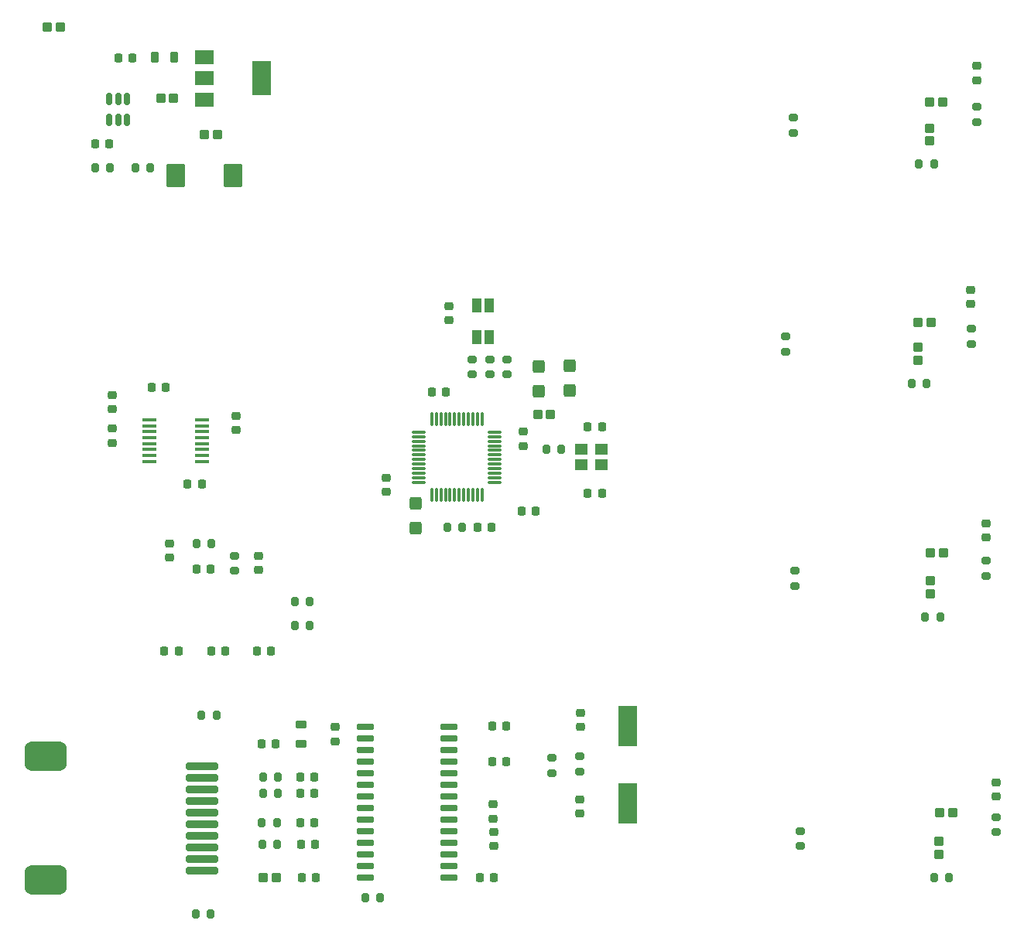
<source format=gbr>
%TF.GenerationSoftware,KiCad,Pcbnew,7.0.10*%
%TF.CreationDate,2025-05-21T01:52:54+02:00*%
%TF.ProjectId,LoadController,4c6f6164-436f-46e7-9472-6f6c6c65722e,rev?*%
%TF.SameCoordinates,Original*%
%TF.FileFunction,Paste,Top*%
%TF.FilePolarity,Positive*%
%FSLAX46Y46*%
G04 Gerber Fmt 4.6, Leading zero omitted, Abs format (unit mm)*
G04 Created by KiCad (PCBNEW 7.0.10) date 2025-05-21 01:52:54*
%MOMM*%
%LPD*%
G01*
G04 APERTURE LIST*
G04 Aperture macros list*
%AMRoundRect*
0 Rectangle with rounded corners*
0 $1 Rounding radius*
0 $2 $3 $4 $5 $6 $7 $8 $9 X,Y pos of 4 corners*
0 Add a 4 corners polygon primitive as box body*
4,1,4,$2,$3,$4,$5,$6,$7,$8,$9,$2,$3,0*
0 Add four circle primitives for the rounded corners*
1,1,$1+$1,$2,$3*
1,1,$1+$1,$4,$5*
1,1,$1+$1,$6,$7*
1,1,$1+$1,$8,$9*
0 Add four rect primitives between the rounded corners*
20,1,$1+$1,$2,$3,$4,$5,0*
20,1,$1+$1,$4,$5,$6,$7,0*
20,1,$1+$1,$6,$7,$8,$9,0*
20,1,$1+$1,$8,$9,$2,$3,0*%
G04 Aperture macros list end*
%ADD10RoundRect,0.250000X0.425000X-0.450000X0.425000X0.450000X-0.425000X0.450000X-0.425000X-0.450000X0*%
%ADD11RoundRect,0.250000X-0.425000X0.450000X-0.425000X-0.450000X0.425000X-0.450000X0.425000X0.450000X0*%
%ADD12RoundRect,0.218750X0.218750X0.256250X-0.218750X0.256250X-0.218750X-0.256250X0.218750X-0.256250X0*%
%ADD13RoundRect,0.200000X0.200000X0.275000X-0.200000X0.275000X-0.200000X-0.275000X0.200000X-0.275000X0*%
%ADD14RoundRect,0.200000X0.275000X-0.200000X0.275000X0.200000X-0.275000X0.200000X-0.275000X-0.200000X0*%
%ADD15RoundRect,0.250000X-0.287500X-0.275000X0.287500X-0.275000X0.287500X0.275000X-0.287500X0.275000X0*%
%ADD16RoundRect,0.225000X-0.225000X-0.250000X0.225000X-0.250000X0.225000X0.250000X-0.225000X0.250000X0*%
%ADD17RoundRect,0.225000X-0.250000X0.225000X-0.250000X-0.225000X0.250000X-0.225000X0.250000X0.225000X0*%
%ADD18RoundRect,0.218750X0.256250X-0.218750X0.256250X0.218750X-0.256250X0.218750X-0.256250X-0.218750X0*%
%ADD19RoundRect,0.225000X0.225000X0.250000X-0.225000X0.250000X-0.225000X-0.250000X0.225000X-0.250000X0*%
%ADD20RoundRect,0.250000X0.287500X0.275000X-0.287500X0.275000X-0.287500X-0.275000X0.287500X-0.275000X0*%
%ADD21R,2.000000X1.500000*%
%ADD22R,2.000000X3.800000*%
%ADD23RoundRect,0.075000X0.075000X0.662500X-0.075000X0.662500X-0.075000X-0.662500X0.075000X-0.662500X0*%
%ADD24RoundRect,0.075000X0.662500X0.075000X-0.662500X0.075000X-0.662500X-0.075000X0.662500X-0.075000X0*%
%ADD25R,1.400000X1.200000*%
%ADD26RoundRect,0.200000X-0.200000X-0.275000X0.200000X-0.275000X0.200000X0.275000X-0.200000X0.275000X0*%
%ADD27R,2.000000X4.500000*%
%ADD28RoundRect,0.250000X-0.787500X-1.025000X0.787500X-1.025000X0.787500X1.025000X-0.787500X1.025000X0*%
%ADD29RoundRect,0.225000X0.250000X-0.225000X0.250000X0.225000X-0.250000X0.225000X-0.250000X-0.225000X0*%
%ADD30RoundRect,0.200000X-0.275000X0.200000X-0.275000X-0.200000X0.275000X-0.200000X0.275000X0.200000X0*%
%ADD31RoundRect,0.218750X-0.218750X-0.381250X0.218750X-0.381250X0.218750X0.381250X-0.218750X0.381250X0*%
%ADD32RoundRect,0.250000X-0.275000X0.287500X-0.275000X-0.287500X0.275000X-0.287500X0.275000X0.287500X0*%
%ADD33RoundRect,0.218750X-0.218750X-0.256250X0.218750X-0.256250X0.218750X0.256250X-0.218750X0.256250X0*%
%ADD34RoundRect,0.051250X-0.698750X-0.153750X0.698750X-0.153750X0.698750X0.153750X-0.698750X0.153750X0*%
%ADD35R,1.000000X1.500000*%
%ADD36RoundRect,0.200000X1.550000X0.200000X-1.550000X0.200000X-1.550000X-0.200000X1.550000X-0.200000X0*%
%ADD37RoundRect,0.815000X1.485000X0.815000X-1.485000X0.815000X-1.485000X-0.815000X1.485000X-0.815000X0*%
%ADD38RoundRect,0.075000X-0.875000X-0.225000X0.875000X-0.225000X0.875000X0.225000X-0.875000X0.225000X0*%
%ADD39RoundRect,0.218750X-0.381250X0.218750X-0.381250X-0.218750X0.381250X-0.218750X0.381250X0.218750X0*%
%ADD40RoundRect,0.150000X-0.150000X0.512500X-0.150000X-0.512500X0.150000X-0.512500X0.150000X0.512500X0*%
G04 APERTURE END LIST*
D10*
%TO.C,C25*%
X110905000Y-80100000D03*
X110905000Y-82800000D03*
%TD*%
%TO.C,C24*%
X114305000Y-80075000D03*
X114305000Y-82775000D03*
%TD*%
D11*
%TO.C,C16*%
X97450000Y-97800000D03*
X97450000Y-95100000D03*
%TD*%
D12*
%TO.C,D5*%
X75087500Y-102275000D03*
X73512500Y-102275000D03*
%TD*%
D13*
%TO.C,R6*%
X82430000Y-126895000D03*
X80780000Y-126895000D03*
%TD*%
D14*
%TO.C,R23*%
X158249999Y-77629999D03*
X158249999Y-75979999D03*
%TD*%
D15*
%TO.C,C34*%
X153775000Y-100505000D03*
X155200000Y-100505000D03*
%TD*%
D16*
%TO.C,C7*%
X105875000Y-123370000D03*
X107425000Y-123370000D03*
%TD*%
D17*
%TO.C,C23*%
X70550000Y-101050000D03*
X70550000Y-99500000D03*
%TD*%
D16*
%TO.C,C10*%
X80612500Y-121475000D03*
X82162500Y-121475000D03*
%TD*%
D12*
%TO.C,D4*%
X76687500Y-111250000D03*
X75112500Y-111250000D03*
%TD*%
D18*
%TO.C,D2*%
X80287500Y-102417500D03*
X80287500Y-100842500D03*
%TD*%
D19*
%TO.C,C40*%
X63975000Y-55700000D03*
X62425000Y-55700000D03*
%TD*%
D16*
%TO.C,C5*%
X105875000Y-119495000D03*
X107425000Y-119495000D03*
%TD*%
D14*
%TO.C,R30*%
X160942500Y-131120000D03*
X160942500Y-129470000D03*
%TD*%
D20*
%TO.C,L3*%
X110830000Y-85375000D03*
X112255000Y-85375000D03*
%TD*%
D17*
%TO.C,C26*%
X101145000Y-75030000D03*
X101145000Y-73480000D03*
%TD*%
D16*
%TO.C,C4*%
X84830000Y-130045000D03*
X86380000Y-130045000D03*
%TD*%
D17*
%TO.C,C29*%
X64320000Y-86925000D03*
X64320000Y-88475000D03*
%TD*%
D14*
%TO.C,R14*%
X77687500Y-102475000D03*
X77687500Y-100825000D03*
%TD*%
%TO.C,R19*%
X137950000Y-78475000D03*
X137950000Y-76825000D03*
%TD*%
D21*
%TO.C,U9*%
X74375000Y-46275000D03*
X74375000Y-48575000D03*
D22*
X80675000Y-48575000D03*
D21*
X74375000Y-50875000D03*
%TD*%
D23*
%TO.C,U2*%
X104750000Y-94212500D03*
X104250000Y-94212500D03*
X103750000Y-94212500D03*
X103250000Y-94212500D03*
X102750000Y-94212500D03*
X102250000Y-94212500D03*
X101750000Y-94212500D03*
X101250000Y-94212500D03*
X100750000Y-94212500D03*
X100250000Y-94212500D03*
X99750000Y-94212500D03*
X99250000Y-94212500D03*
D24*
X97837500Y-92800000D03*
X97837500Y-92300000D03*
X97837500Y-91800000D03*
X97837500Y-91300000D03*
X97837500Y-90800000D03*
X97837500Y-90300000D03*
X97837500Y-89800000D03*
X97837500Y-89300000D03*
X97837500Y-88800000D03*
X97837500Y-88300000D03*
X97837500Y-87800000D03*
X97837500Y-87300000D03*
D23*
X99250000Y-85887500D03*
X99750000Y-85887500D03*
X100250000Y-85887500D03*
X100750000Y-85887500D03*
X101250000Y-85887500D03*
X101750000Y-85887500D03*
X102250000Y-85887500D03*
X102750000Y-85887500D03*
X103250000Y-85887500D03*
X103750000Y-85887500D03*
X104250000Y-85887500D03*
X104750000Y-85887500D03*
D24*
X106162500Y-87300000D03*
X106162500Y-87800000D03*
X106162500Y-88300000D03*
X106162500Y-88800000D03*
X106162500Y-89300000D03*
X106162500Y-89800000D03*
X106162500Y-90300000D03*
X106162500Y-90800000D03*
X106162500Y-91300000D03*
X106162500Y-91800000D03*
X106162500Y-92300000D03*
X106162500Y-92800000D03*
%TD*%
D14*
%TO.C,R26*%
X139525000Y-132625000D03*
X139525000Y-130975000D03*
%TD*%
D25*
%TO.C,Y2*%
X115630000Y-90900000D03*
X117830000Y-90900000D03*
X117830000Y-89200000D03*
X115630000Y-89200000D03*
%TD*%
D16*
%TO.C,C6*%
X84915000Y-132475000D03*
X86465000Y-132475000D03*
%TD*%
%TO.C,C13*%
X85030000Y-136070000D03*
X86580000Y-136070000D03*
%TD*%
D26*
%TO.C,R9*%
X73400000Y-140100000D03*
X75050000Y-140100000D03*
%TD*%
D27*
%TO.C,Y1*%
X120712500Y-119450000D03*
X120712500Y-127950000D03*
%TD*%
D28*
%TO.C,C41*%
X71237500Y-59200000D03*
X77462500Y-59200000D03*
%TD*%
D29*
%TO.C,C11*%
X105975000Y-129625000D03*
X105975000Y-128075000D03*
%TD*%
D26*
%TO.C,R28*%
X154192500Y-136070000D03*
X155842500Y-136070000D03*
%TD*%
%TO.C,R10*%
X113430000Y-89150000D03*
X111780000Y-89150000D03*
%TD*%
D14*
%TO.C,R24*%
X158900000Y-53355000D03*
X158900000Y-51705000D03*
%TD*%
D30*
%TO.C,R3*%
X112412500Y-123000000D03*
X112412500Y-124650000D03*
%TD*%
D16*
%TO.C,C31*%
X72550000Y-92950000D03*
X74100000Y-92950000D03*
%TD*%
D31*
%TO.C,L8*%
X68950000Y-46275000D03*
X71075000Y-46275000D03*
%TD*%
D32*
%TO.C,L7*%
X153775000Y-103580000D03*
X153775000Y-105005000D03*
%TD*%
D13*
%TO.C,R7*%
X80780000Y-125095000D03*
X82430000Y-125095000D03*
%TD*%
D29*
%TO.C,C20*%
X94300000Y-92300000D03*
X94300000Y-93850000D03*
%TD*%
D26*
%TO.C,R12*%
X84237500Y-105880000D03*
X85887500Y-105880000D03*
%TD*%
D33*
%TO.C,D3*%
X80112500Y-111250000D03*
X81687500Y-111250000D03*
%TD*%
D34*
%TO.C,U3*%
X68322500Y-85960750D03*
X68322500Y-86610750D03*
X68322500Y-87260750D03*
X68322500Y-87910750D03*
X68322500Y-88560750D03*
X68322500Y-89210750D03*
X68322500Y-89860750D03*
X68322500Y-90510750D03*
X74092500Y-90510750D03*
X74092500Y-89860750D03*
X74092500Y-89210750D03*
X74092500Y-88560750D03*
X74092500Y-87910750D03*
X74092500Y-87260750D03*
X74092500Y-86610750D03*
X74092500Y-85960750D03*
%TD*%
D26*
%TO.C,R8*%
X74050000Y-118325000D03*
X75700000Y-118325000D03*
%TD*%
D32*
%TO.C,L4*%
X153725000Y-54005000D03*
X153725000Y-55430000D03*
%TD*%
D17*
%TO.C,C12*%
X106000000Y-131100000D03*
X106000000Y-132650000D03*
%TD*%
D16*
%TO.C,C9*%
X84855000Y-125095000D03*
X86405000Y-125095000D03*
%TD*%
D17*
%TO.C,C3*%
X88655000Y-119595000D03*
X88655000Y-121145000D03*
%TD*%
D14*
%TO.C,R29*%
X159925000Y-103030000D03*
X159925000Y-101380000D03*
%TD*%
D19*
%TO.C,C30*%
X70170000Y-82375000D03*
X68620000Y-82375000D03*
%TD*%
D18*
%TO.C,D11*%
X159925000Y-98855000D03*
X159925000Y-97280000D03*
%TD*%
D16*
%TO.C,C19*%
X100780000Y-82950000D03*
X99230000Y-82950000D03*
%TD*%
D35*
%TO.C,D6*%
X104170000Y-73430000D03*
X105570000Y-73430000D03*
X105570000Y-76930000D03*
X104170000Y-76930000D03*
%TD*%
D14*
%TO.C,R1*%
X115437500Y-124475000D03*
X115437500Y-122825000D03*
%TD*%
D16*
%TO.C,C18*%
X116300000Y-86700000D03*
X117850000Y-86700000D03*
%TD*%
D20*
%TO.C,C37*%
X71025000Y-50775000D03*
X69600000Y-50775000D03*
%TD*%
D14*
%TO.C,R20*%
X138775000Y-54550000D03*
X138775000Y-52900000D03*
%TD*%
D26*
%TO.C,R31*%
X62425000Y-58350000D03*
X64075000Y-58350000D03*
%TD*%
D17*
%TO.C,C2*%
X115512500Y-118025000D03*
X115512500Y-119575000D03*
%TD*%
D18*
%TO.C,D7*%
X158200000Y-73275000D03*
X158200000Y-71700000D03*
%TD*%
D15*
%TO.C,C39*%
X74350000Y-54725000D03*
X75775000Y-54725000D03*
%TD*%
D14*
%TO.C,R16*%
X107450000Y-79325000D03*
X107450000Y-80975000D03*
%TD*%
D18*
%TO.C,D12*%
X160942500Y-127220000D03*
X160942500Y-125645000D03*
%TD*%
D15*
%TO.C,C32*%
X152474999Y-75304999D03*
X153899999Y-75304999D03*
%TD*%
D13*
%TO.C,R5*%
X82302500Y-130045000D03*
X80652500Y-130045000D03*
%TD*%
%TO.C,R4*%
X82362500Y-132475000D03*
X80712500Y-132475000D03*
%TD*%
D18*
%TO.C,D8*%
X158900000Y-48775000D03*
X158900000Y-47200000D03*
%TD*%
D29*
%TO.C,C1*%
X115412500Y-129100000D03*
X115412500Y-127550000D03*
%TD*%
D32*
%TO.C,L5*%
X152474999Y-77979999D03*
X152474999Y-79404999D03*
%TD*%
D14*
%TO.C,R17*%
X105600000Y-79325000D03*
X105600000Y-80975000D03*
%TD*%
D26*
%TO.C,R21*%
X151724999Y-81954999D03*
X153374999Y-81954999D03*
%TD*%
D36*
%TO.C,J2*%
X74137500Y-135290000D03*
X74137500Y-134020000D03*
X74137500Y-132750000D03*
X74137500Y-131480000D03*
X74137500Y-130210000D03*
X74137500Y-128940000D03*
X74137500Y-127670000D03*
X74137500Y-126400000D03*
X74137500Y-125130000D03*
X74137500Y-123860000D03*
D37*
X56987500Y-136345000D03*
X56987500Y-122805000D03*
%TD*%
D15*
%TO.C,L2*%
X80830000Y-136095000D03*
X82255000Y-136095000D03*
%TD*%
D17*
%TO.C,C27*%
X64270000Y-83225000D03*
X64270000Y-84775000D03*
%TD*%
D26*
%TO.C,R22*%
X152550000Y-57955000D03*
X154200000Y-57955000D03*
%TD*%
D33*
%TO.C,D1*%
X69987500Y-111250000D03*
X71562500Y-111250000D03*
%TD*%
D20*
%TO.C,C36*%
X58650000Y-42975000D03*
X57225000Y-42975000D03*
%TD*%
D26*
%TO.C,R27*%
X153200000Y-107530000D03*
X154850000Y-107530000D03*
%TD*%
D14*
%TO.C,R18*%
X103625000Y-79325000D03*
X103625000Y-80975000D03*
%TD*%
D38*
%TO.C,U1*%
X91945000Y-119570000D03*
X91945000Y-120840000D03*
X91945000Y-122110000D03*
X91945000Y-123380000D03*
X91945000Y-124650000D03*
X91945000Y-125920000D03*
X91945000Y-127190000D03*
X91945000Y-128460000D03*
X91945000Y-129730000D03*
X91945000Y-131000000D03*
X91945000Y-132270000D03*
X91945000Y-133540000D03*
X91945000Y-134810000D03*
X91945000Y-136080000D03*
X101155000Y-136080000D03*
X101155000Y-134810000D03*
X101155000Y-133540000D03*
X101155000Y-132270000D03*
X101155000Y-131000000D03*
X101155000Y-129730000D03*
X101155000Y-128460000D03*
X101155000Y-127190000D03*
X101155000Y-125920000D03*
X101155000Y-124650000D03*
X101155000Y-123380000D03*
X101155000Y-122110000D03*
X101155000Y-120840000D03*
X101155000Y-119570000D03*
%TD*%
D17*
%TO.C,C28*%
X77825000Y-85525000D03*
X77825000Y-87075000D03*
%TD*%
D16*
%TO.C,C21*%
X110625000Y-95950000D03*
X109075000Y-95950000D03*
%TD*%
%TO.C,C14*%
X104480000Y-136070000D03*
X106030000Y-136070000D03*
%TD*%
%TO.C,C8*%
X84880000Y-126895000D03*
X86430000Y-126895000D03*
%TD*%
D39*
%TO.C,L1*%
X84950000Y-119350000D03*
X84950000Y-121475000D03*
%TD*%
D26*
%TO.C,R2*%
X91950000Y-138250000D03*
X93600000Y-138250000D03*
%TD*%
%TO.C,R13*%
X84237500Y-108450000D03*
X85887500Y-108450000D03*
%TD*%
D14*
%TO.C,R25*%
X138975000Y-104125000D03*
X138975000Y-102475000D03*
%TD*%
D32*
%TO.C,L6*%
X154742500Y-132095000D03*
X154742500Y-133520000D03*
%TD*%
D13*
%TO.C,R15*%
X73512500Y-99505000D03*
X75162500Y-99505000D03*
%TD*%
D15*
%TO.C,C35*%
X154792500Y-128970000D03*
X156217500Y-128970000D03*
%TD*%
D26*
%TO.C,R32*%
X66825000Y-58350000D03*
X68475000Y-58350000D03*
%TD*%
D16*
%TO.C,C38*%
X64950000Y-46325000D03*
X66500000Y-46325000D03*
%TD*%
D40*
%TO.C,U8*%
X65887500Y-50842500D03*
X64937500Y-50842500D03*
X63987500Y-50842500D03*
X63987500Y-53117500D03*
X64937500Y-53117500D03*
X65887500Y-53117500D03*
%TD*%
D29*
%TO.C,C22*%
X109225000Y-87275000D03*
X109225000Y-88825000D03*
%TD*%
D15*
%TO.C,C33*%
X153725000Y-51130000D03*
X155150000Y-51130000D03*
%TD*%
D16*
%TO.C,C15*%
X116300000Y-93975000D03*
X117850000Y-93975000D03*
%TD*%
D19*
%TO.C,C17*%
X104250000Y-97725000D03*
X105800000Y-97725000D03*
%TD*%
D13*
%TO.C,R11*%
X102605000Y-97700000D03*
X100955000Y-97700000D03*
%TD*%
M02*

</source>
